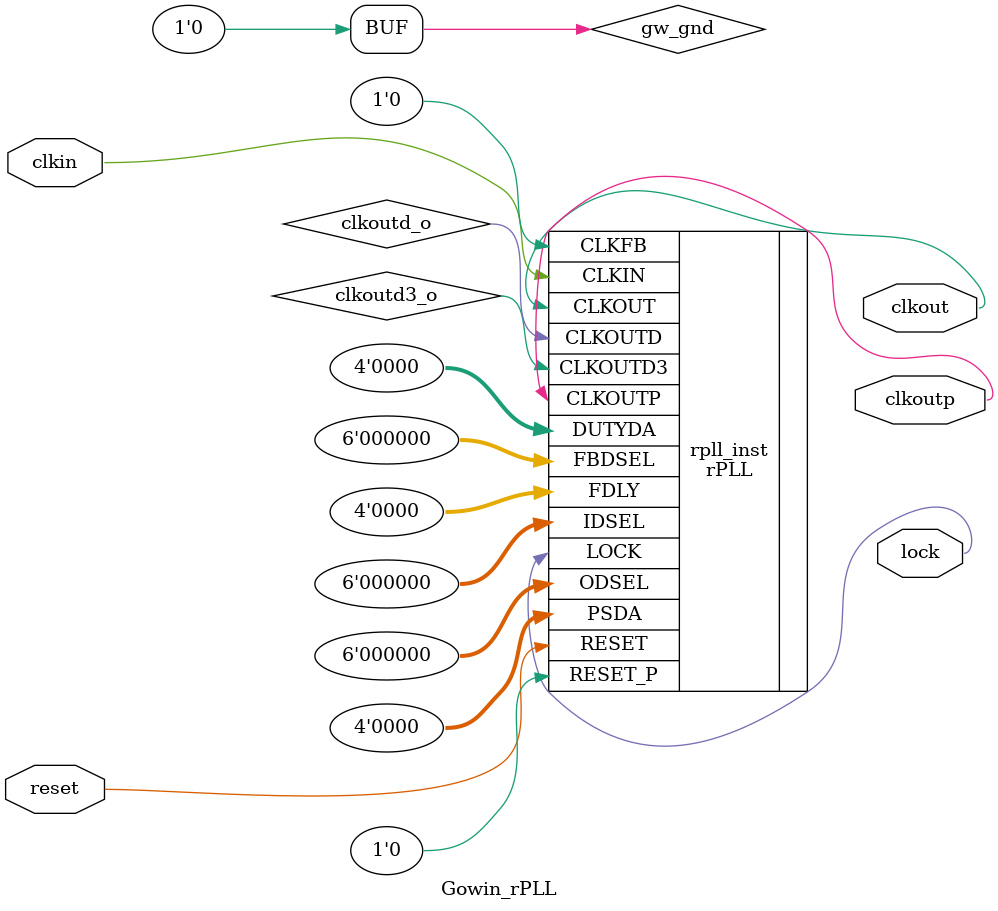
<source format=v>

module Gowin_rPLL (clkout, clkoutp, lock, reset, clkin);

output clkout;
output clkoutp;
output lock;
input reset;
input clkin;

wire clkoutp_o;
wire clkoutd_o;
wire clkoutd3_o;
wire gw_gnd;

assign gw_gnd = 1'b0;

rPLL rpll_inst (
    .CLKOUT(clkout),
    .LOCK(lock),
    .CLKOUTP(clkoutp),
    .CLKOUTD(clkoutd_o),
    .CLKOUTD3(clkoutd3_o),
    .RESET(reset),
    .RESET_P(gw_gnd),
    .CLKIN(clkin),
    .CLKFB(gw_gnd),
    .FBDSEL({gw_gnd,gw_gnd,gw_gnd,gw_gnd,gw_gnd,gw_gnd}),
    .IDSEL({gw_gnd,gw_gnd,gw_gnd,gw_gnd,gw_gnd,gw_gnd}),
    .ODSEL({gw_gnd,gw_gnd,gw_gnd,gw_gnd,gw_gnd,gw_gnd}),
    .PSDA({gw_gnd,gw_gnd,gw_gnd,gw_gnd}),
    .DUTYDA({gw_gnd,gw_gnd,gw_gnd,gw_gnd}),
    .FDLY({gw_gnd,gw_gnd,gw_gnd,gw_gnd})
);

// 81 Mhz
//defparam rpll_inst.FBDIV_SEL = 2;
//defparam rpll_inst.IDIV_SEL = 0;
//defparam rpll_inst.ODIV_SEL = 8;

// 54 Mhz
defparam rpll_inst.FBDIV_SEL = 1;
defparam rpll_inst.IDIV_SEL = 0;
defparam rpll_inst.ODIV_SEL = 16;

// 27 Mhz
//defparam rpll_inst.FBDIV_SEL = 1;
//defparam rpll_inst.IDIV_SEL = 1;
//defparam rpll_inst.ODIV_SEL = 32;

// 13.5 Mhz
//defparam rpll_inst.FBDIV_SEL = 0;
//defparam rpll_inst.IDIV_SEL = 1;
//defparam rpll_inst.ODIV_SEL = 64;

// PSDA_SEL="1001"
// We tested all values and 0100 thru 1110 works.
// So choose middle value 1001.

defparam rpll_inst.FCLKIN = "27";
defparam rpll_inst.DYN_IDIV_SEL = "false";
defparam rpll_inst.DYN_FBDIV_SEL = "false";
defparam rpll_inst.DYN_ODIV_SEL = "false";
defparam rpll_inst.PSDA_SEL = "1000";
defparam rpll_inst.DYN_DA_EN = "false";
defparam rpll_inst.DUTYDA_SEL = "1000";
defparam rpll_inst.CLKOUT_FT_DIR = 1'b1;
defparam rpll_inst.CLKOUTP_FT_DIR = 1'b1;
defparam rpll_inst.CLKOUT_DLY_STEP = 0;
defparam rpll_inst.CLKOUTP_DLY_STEP = 0;
defparam rpll_inst.CLKFB_SEL = "internal";
defparam rpll_inst.CLKOUT_BYPASS = "false";
defparam rpll_inst.CLKOUTP_BYPASS = "false";
defparam rpll_inst.CLKOUTD_BYPASS = "false";
defparam rpll_inst.DYN_SDIV_SEL = 2;
defparam rpll_inst.CLKOUTD_SRC = "CLKOUT";
defparam rpll_inst.CLKOUTD3_SRC = "CLKOUT";
defparam rpll_inst.DEVICE = "GW2A-18C";

endmodule //Gowin_rPLL

</source>
